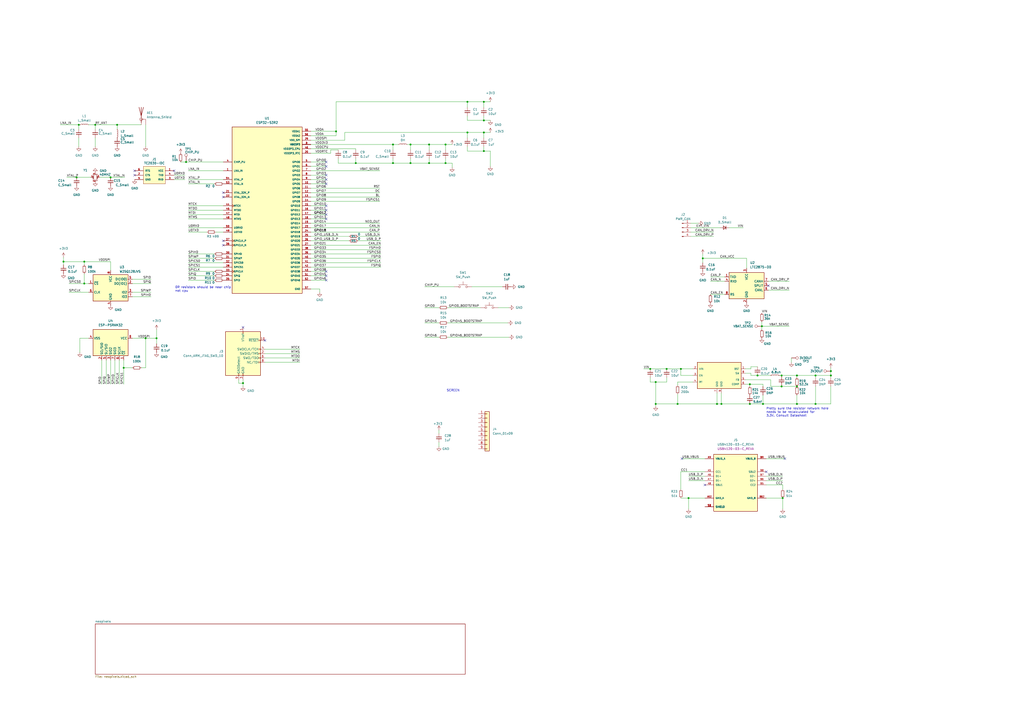
<source format=kicad_sch>
(kicad_sch (version 20211123) (generator eeschema)
  (paper "A2")
  (junction (at 55.245 72.39))
  (junction (at 407.67 149.86))
  (junction (at 462.28 217.805))
  (junction (at 280.67 59.055))
  (junction (at 90.805 196.215))
  (junction (at 248.92 94.615))
  (junction (at 64.135 102.87))
  (junction (at 227.965 94.615))
  (junction (at 434.975 222.885))
  (junction (at 45.72 72.39))
  (junction (at 67.945 72.39))
  (junction (at 248.92 83.82))
  (junction (at 418.465 234.315))
  (junction (at 462.28 224.155))
  (junction (at 238.125 94.615))
  (junction (at 280.67 76.835))
  (junction (at 393.065 234.315))
  (junction (at 442.595 234.315))
  (junction (at 462.28 234.315))
  (junction (at 380.365 234.315))
  (junction (at 44.45 102.87))
  (junction (at 434.975 234.315))
  (junction (at 380.365 221.615))
  (junction (at 206.375 94.615))
  (junction (at 258.445 94.615))
  (junction (at 473.075 217.805))
  (junction (at 271.145 59.055))
  (junction (at 453.39 217.805))
  (junction (at 481.965 217.805))
  (junction (at 473.075 234.315))
  (junction (at 140.97 222.25))
  (junction (at 439.42 217.805))
  (junction (at 454.025 288.925))
  (junction (at 280.67 69.85))
  (junction (at 238.125 83.82))
  (junction (at 48.895 164.465))
  (junction (at 481.965 215.265))
  (junction (at 441.96 189.23))
  (junction (at 377.19 213.995))
  (junction (at 36.83 151.765))
  (junction (at 84.455 196.215))
  (junction (at 415.925 234.315))
  (junction (at 71.755 213.36))
  (junction (at 271.145 76.835))
  (junction (at 107.95 93.98))
  (junction (at 399.415 288.925))
  (junction (at 453.39 224.155))
  (junction (at 386.715 213.995))
  (junction (at 258.445 83.82))
  (junction (at 280.67 87.63))
  (junction (at 48.895 151.765))
  (junction (at 394.97 213.995))
  (junction (at 194.945 76.2))
  (junction (at 227.965 83.82))
  (no_connect (at 189.23 127))
  (no_connect (at 189.23 101.6))
  (no_connect (at 78.105 99.06))
  (no_connect (at 189.23 121.92))
  (no_connect (at 395.605 266.065))
  (no_connect (at 100.965 99.06))
  (no_connect (at 189.23 96.52))
  (no_connect (at 408.94 281.305))
  (no_connect (at 444.5 273.685))
  (no_connect (at 153.67 197.485))
  (no_connect (at 140.97 189.865))
  (no_connect (at 189.23 119.38))
  (no_connect (at 189.23 106.68))
  (no_connect (at 189.23 157.48))
  (no_connect (at 189.23 124.46))
  (no_connect (at 189.23 93.98))
  (no_connect (at 455.295 266.065))
  (no_connect (at 189.23 162.56))
  (no_connect (at 189.23 160.02))
  (no_connect (at 78.105 101.6))
  (no_connect (at 189.23 104.14))
  (no_connect (at 129.54 111.76))
  (no_connect (at 129.54 114.3))
  (no_connect (at 445.77 165.735))
  (no_connect (at 129.54 139.7))
  (no_connect (at 129.54 142.24))
  (wire (pts (xy 69.215 208.915) (xy 69.215 222.885)))
  (wire (pts (xy 34.925 72.39) (xy 45.72 72.39)))
  (wire (pts (xy 435.61 216.535) (xy 435.61 217.805)))
  (wire (pts (xy 238.125 92.075) (xy 238.125 94.615)))
  (wire (pts (xy 109.22 119.38) (xy 129.54 119.38)))
  (wire (pts (xy 180.34 132.08) (xy 220.345 132.08)))
  (wire (pts (xy 180.34 111.76) (xy 220.345 111.76)))
  (wire (pts (xy 64.135 208.915) (xy 64.135 222.885)))
  (wire (pts (xy 400.685 129.54) (xy 405.13 129.54)))
  (wire (pts (xy 452.12 217.805) (xy 453.39 217.805)))
  (wire (pts (xy 180.34 137.16) (xy 202.565 137.16)))
  (wire (pts (xy 259.715 178.435) (xy 278.765 178.435)))
  (wire (pts (xy 457.835 189.23) (xy 441.96 189.23)))
  (wire (pts (xy 180.34 93.98) (xy 189.23 93.98)))
  (wire (pts (xy 173.99 207.645) (xy 153.67 207.645)))
  (wire (pts (xy 238.125 83.82) (xy 248.92 83.82)))
  (wire (pts (xy 180.34 86.36) (xy 206.375 86.36)))
  (wire (pts (xy 246.38 178.435) (xy 254.635 178.435)))
  (wire (pts (xy 412.115 163.195) (xy 420.37 163.195)))
  (wire (pts (xy 180.34 99.06) (xy 220.345 99.06)))
  (wire (pts (xy 373.38 213.995) (xy 377.19 213.995)))
  (wire (pts (xy 38.735 102.87) (xy 44.45 102.87)))
  (wire (pts (xy 180.34 152.4) (xy 220.98 152.4)))
  (wire (pts (xy 280.67 69.85) (xy 271.145 69.85)))
  (wire (pts (xy 422.91 132.08) (xy 431.165 132.08)))
  (wire (pts (xy 453.39 224.155) (xy 462.28 224.155)))
  (wire (pts (xy 180.34 101.6) (xy 189.23 101.6)))
  (wire (pts (xy 180.34 116.84) (xy 220.345 116.84)))
  (wire (pts (xy 191.77 86.995) (xy 196.215 86.995)))
  (wire (pts (xy 180.34 149.86) (xy 220.98 149.86)))
  (wire (pts (xy 454.025 295.275) (xy 454.025 288.925)))
  (wire (pts (xy 64.135 102.87) (xy 57.785 102.87)))
  (wire (pts (xy 394.97 273.685) (xy 394.97 283.845)))
  (wire (pts (xy 84.455 213.36) (xy 84.455 196.215)))
  (wire (pts (xy 207.645 139.7) (xy 220.98 139.7)))
  (wire (pts (xy 442.595 222.885) (xy 434.975 222.885)))
  (wire (pts (xy 180.34 139.7) (xy 202.565 139.7)))
  (wire (pts (xy 67.945 74.93) (xy 67.945 72.39)))
  (wire (pts (xy 71.755 213.36) (xy 76.835 213.36)))
  (wire (pts (xy 442.595 229.235) (xy 442.595 234.315)))
  (wire (pts (xy 393.065 234.315) (xy 415.925 234.315)))
  (wire (pts (xy 109.22 106.68) (xy 124.46 106.68)))
  (wire (pts (xy 393.065 221.615) (xy 393.065 223.52)))
  (wire (pts (xy 473.075 224.155) (xy 473.075 234.315)))
  (wire (pts (xy 180.34 114.3) (xy 220.345 114.3)))
  (wire (pts (xy 45.72 72.39) (xy 45.72 74.93)))
  (wire (pts (xy 271.145 76.835) (xy 271.145 80.01)))
  (wire (pts (xy 408.94 278.765) (xy 399.415 278.765)))
  (wire (pts (xy 442.595 224.155) (xy 442.595 222.885)))
  (wire (pts (xy 180.34 96.52) (xy 189.23 96.52)))
  (wire (pts (xy 180.34 142.24) (xy 220.98 142.24)))
  (wire (pts (xy 258.445 94.615) (xy 248.92 94.615)))
  (wire (pts (xy 180.34 104.14) (xy 189.23 104.14)))
  (wire (pts (xy 462.28 217.805) (xy 473.075 217.805)))
  (wire (pts (xy 48.895 158.75) (xy 48.895 164.465)))
  (wire (pts (xy 227.965 83.82) (xy 231.14 83.82)))
  (wire (pts (xy 180.34 119.38) (xy 189.23 119.38)))
  (wire (pts (xy 90.805 196.215) (xy 90.805 199.39)))
  (wire (pts (xy 393.065 228.6) (xy 393.065 234.315)))
  (wire (pts (xy 180.34 160.02) (xy 189.23 160.02)))
  (wire (pts (xy 481.965 213.36) (xy 481.965 215.265)))
  (wire (pts (xy 280.67 76.835) (xy 280.67 80.01)))
  (wire (pts (xy 280.67 76.835) (xy 284.48 76.835)))
  (wire (pts (xy 48.895 151.765) (xy 48.895 153.67)))
  (wire (pts (xy 109.22 154.94) (xy 129.54 154.94)))
  (wire (pts (xy 196.215 92.075) (xy 196.215 94.615)))
  (wire (pts (xy 194.945 59.055) (xy 194.945 76.2)))
  (wire (pts (xy 248.92 83.82) (xy 248.92 86.995)))
  (wire (pts (xy 280.67 87.63) (xy 271.145 87.63)))
  (wire (pts (xy 76.835 172.085) (xy 87.63 172.085)))
  (wire (pts (xy 432.435 213.995) (xy 435.61 213.995)))
  (wire (pts (xy 48.895 151.765) (xy 64.135 151.765)))
  (wire (pts (xy 432.435 216.535) (xy 435.61 216.535)))
  (wire (pts (xy 238.125 94.615) (xy 227.965 94.615)))
  (wire (pts (xy 71.755 213.36) (xy 71.755 222.885)))
  (wire (pts (xy 435.61 212.725) (xy 439.42 212.725)))
  (wire (pts (xy 394.97 213.995) (xy 394.97 217.805)))
  (wire (pts (xy 109.22 121.92) (xy 129.54 121.92)))
  (wire (pts (xy 109.22 127) (xy 129.54 127)))
  (wire (pts (xy 55.245 74.93) (xy 55.245 72.39)))
  (wire (pts (xy 395.605 266.065) (xy 408.94 266.065)))
  (wire (pts (xy 180.34 81.28) (xy 200.025 81.28)))
  (wire (pts (xy 408.94 273.685) (xy 394.97 273.685)))
  (wire (pts (xy 271.145 67.31) (xy 271.145 69.85)))
  (wire (pts (xy 140.97 220.345) (xy 140.97 222.25)))
  (wire (pts (xy 433.07 149.86) (xy 433.07 155.575)))
  (wire (pts (xy 180.34 76.2) (xy 194.945 76.2)))
  (wire (pts (xy 40.005 164.465) (xy 48.895 164.465)))
  (wire (pts (xy 445.77 168.275) (xy 457.835 168.275)))
  (wire (pts (xy 109.22 132.08) (xy 129.54 132.08)))
  (wire (pts (xy 90.805 191.135) (xy 90.805 196.215)))
  (wire (pts (xy 462.28 234.315) (xy 462.28 229.235)))
  (wire (pts (xy 441.96 191.135) (xy 441.96 189.23)))
  (wire (pts (xy 444.5 276.225) (xy 454.025 276.225)))
  (wire (pts (xy 180.34 162.56) (xy 189.23 162.56)))
  (wire (pts (xy 180.34 124.46) (xy 189.23 124.46)))
  (wire (pts (xy 248.92 94.615) (xy 238.125 94.615)))
  (wire (pts (xy 259.715 187.325) (xy 294.64 187.325)))
  (wire (pts (xy 453.39 218.44) (xy 453.39 217.805)))
  (wire (pts (xy 107.95 93.98) (xy 129.54 93.98)))
  (wire (pts (xy 273.685 166.37) (xy 291.465 166.37)))
  (wire (pts (xy 36.83 149.225) (xy 36.83 151.765)))
  (wire (pts (xy 109.22 157.48) (xy 124.46 157.48)))
  (wire (pts (xy 439.42 217.805) (xy 447.04 217.805)))
  (wire (pts (xy 67.945 72.39) (xy 55.245 72.39)))
  (wire (pts (xy 435.61 213.995) (xy 435.61 212.725)))
  (wire (pts (xy 408.94 276.225) (xy 399.415 276.225)))
  (wire (pts (xy 67.945 72.39) (xy 81.915 72.39)))
  (wire (pts (xy 262.255 94.615) (xy 258.445 94.615)))
  (wire (pts (xy 59.055 208.915) (xy 59.055 222.885)))
  (wire (pts (xy 173.99 202.565) (xy 153.67 202.565)))
  (wire (pts (xy 473.075 234.315) (xy 462.28 234.315)))
  (wire (pts (xy 248.92 92.075) (xy 248.92 94.615)))
  (wire (pts (xy 109.22 149.86) (xy 124.46 149.86)))
  (wire (pts (xy 227.965 86.995) (xy 227.965 83.82)))
  (wire (pts (xy 271.145 85.09) (xy 271.145 87.63)))
  (wire (pts (xy 76.835 169.545) (xy 87.63 169.545)))
  (wire (pts (xy 377.19 213.995) (xy 386.715 213.995)))
  (wire (pts (xy 236.22 83.82) (xy 238.125 83.82)))
  (wire (pts (xy 61.595 208.915) (xy 61.595 222.885)))
  (wire (pts (xy 180.34 109.22) (xy 220.345 109.22)))
  (wire (pts (xy 394.97 288.925) (xy 399.415 288.925)))
  (wire (pts (xy 48.895 164.465) (xy 51.435 164.465)))
  (wire (pts (xy 412.115 160.655) (xy 420.37 160.655)))
  (wire (pts (xy 412.115 170.815) (xy 420.37 170.815)))
  (wire (pts (xy 109.22 160.02) (xy 124.46 160.02)))
  (wire (pts (xy 84.455 196.215) (xy 90.805 196.215)))
  (wire (pts (xy 140.97 222.25) (xy 140.97 224.155)))
  (wire (pts (xy 194.945 78.74) (xy 194.945 76.2)))
  (wire (pts (xy 125.095 134.62) (xy 129.54 134.62)))
  (wire (pts (xy 380.365 221.615) (xy 386.715 221.615)))
  (wire (pts (xy 258.445 94.615) (xy 258.445 92.075)))
  (wire (pts (xy 196.215 94.615) (xy 206.375 94.615)))
  (wire (pts (xy 288.925 178.435) (xy 295.275 178.435)))
  (wire (pts (xy 206.375 92.075) (xy 206.375 94.615)))
  (wire (pts (xy 45.72 80.01) (xy 45.72 85.09)))
  (wire (pts (xy 36.83 151.765) (xy 48.895 151.765)))
  (wire (pts (xy 407.67 147.32) (xy 407.67 149.86)))
  (wire (pts (xy 200.025 76.835) (xy 271.145 76.835)))
  (wire (pts (xy 473.075 217.805) (xy 481.965 217.805)))
  (wire (pts (xy 262.255 97.155) (xy 262.255 94.615)))
  (wire (pts (xy 408.94 288.925) (xy 399.415 288.925)))
  (wire (pts (xy 227.965 94.615) (xy 227.965 92.075)))
  (wire (pts (xy 109.22 104.14) (xy 129.54 104.14)))
  (wire (pts (xy 481.965 234.315) (xy 473.075 234.315)))
  (wire (pts (xy 284.48 69.85) (xy 280.67 69.85)))
  (wire (pts (xy 109.22 152.4) (xy 129.54 152.4)))
  (wire (pts (xy 444.5 278.765) (xy 454.025 278.765)))
  (wire (pts (xy 444.5 266.065) (xy 455.295 266.065)))
  (wire (pts (xy 418.465 234.315) (xy 434.975 234.315)))
  (wire (pts (xy 380.365 234.315) (xy 393.065 234.315)))
  (wire (pts (xy 258.445 83.82) (xy 262.255 83.82)))
  (wire (pts (xy 435.61 217.805) (xy 439.42 217.805)))
  (wire (pts (xy 418.465 234.315) (xy 415.925 234.315)))
  (wire (pts (xy 207.645 137.16) (xy 220.345 137.16)))
  (wire (pts (xy 434.975 222.885) (xy 432.435 222.885)))
  (wire (pts (xy 180.34 147.32) (xy 220.98 147.32)))
  (wire (pts (xy 447.04 224.155) (xy 453.39 224.155)))
  (wire (pts (xy 71.755 208.915) (xy 71.755 213.36)))
  (wire (pts (xy 263.525 166.37) (xy 246.38 166.37)))
  (wire (pts (xy 180.34 83.82) (xy 227.965 83.82)))
  (wire (pts (xy 138.43 222.25) (xy 140.97 222.25)))
  (wire (pts (xy 40.005 169.545) (xy 51.435 169.545)))
  (wire (pts (xy 386.715 221.615) (xy 386.715 219.075)))
  (wire (pts (xy 173.99 205.105) (xy 153.67 205.105)))
  (wire (pts (xy 109.22 147.32) (xy 124.46 147.32)))
  (wire (pts (xy 444.5 281.305) (xy 454.025 281.305)))
  (wire (pts (xy 55.245 72.39) (xy 51.435 72.39)))
  (wire (pts (xy 194.945 59.055) (xy 271.145 59.055)))
  (wire (pts (xy 180.34 106.68) (xy 189.23 106.68)))
  (wire (pts (xy 246.38 187.325) (xy 254.635 187.325)))
  (wire (pts (xy 415.925 227.965) (xy 415.925 234.315)))
  (wire (pts (xy 401.955 217.805) (xy 394.97 217.805)))
  (wire (pts (xy 481.965 217.805) (xy 481.965 219.075)))
  (wire (pts (xy 104.775 93.98) (xy 107.95 93.98)))
  (wire (pts (xy 280.67 87.63) (xy 280.67 85.09)))
  (wire (pts (xy 36.83 153.67) (xy 36.83 151.765)))
  (wire (pts (xy 248.92 83.82) (xy 258.445 83.82)))
  (wire (pts (xy 380.365 235.585) (xy 380.365 234.315)))
  (wire (pts (xy 481.965 215.265) (xy 481.965 217.805)))
  (wire (pts (xy 445.77 163.195) (xy 457.835 163.195)))
  (wire (pts (xy 206.375 94.615) (xy 227.965 94.615)))
  (wire (pts (xy 109.22 124.46) (xy 129.54 124.46)))
  (wire (pts (xy 180.34 144.78) (xy 220.98 144.78)))
  (wire (pts (xy 66.675 208.915) (xy 66.675 222.885)))
  (wire (pts (xy 185.42 169.545) (xy 185.42 167.64)))
  (wire (pts (xy 271.145 59.055) (xy 271.145 62.23)))
  (wire (pts (xy 76.835 196.215) (xy 84.455 196.215)))
  (wire (pts (xy 400.685 134.62) (xy 414.02 134.62)))
  (wire (pts (xy 84.455 72.39) (xy 84.455 85.09)))
  (wire (pts (xy 191.77 88.9) (xy 191.77 86.995)))
  (wire (pts (xy 258.445 83.82) (xy 258.445 86.995)))
  (wire (pts (xy 380.365 221.615) (xy 380.365 234.315)))
  (wire (pts (xy 377.19 221.615) (xy 377.19 219.075)))
  (wire (pts (xy 254.635 249.555) (xy 254.635 251.46)))
  (wire (pts (xy 394.97 213.995) (xy 401.955 213.995)))
  (wire (pts (xy 109.22 134.62) (xy 120.015 134.62)))
  (wire (pts (xy 377.19 221.615) (xy 380.365 221.615)))
  (wire (pts (xy 55.245 80.01) (xy 55.245 85.09)))
  (wire (pts (xy 386.715 213.995) (xy 394.97 213.995)))
  (wire (pts (xy 180.34 129.54) (xy 220.345 129.54)))
  (wire (pts (xy 400.685 137.16) (xy 414.02 137.16)))
  (wire (pts (xy 481.965 224.155) (xy 481.965 234.315)))
  (wire (pts (xy 434.975 234.315) (xy 442.595 234.315)))
  (wire (pts (xy 407.67 149.86) (xy 433.07 149.86)))
  (wire (pts (xy 76.835 161.925) (xy 87.63 161.925)))
  (wire (pts (xy 447.04 220.345) (xy 447.04 224.155)))
  (wire (pts (xy 180.34 157.48) (xy 189.23 157.48)))
  (wire (pts (xy 180.34 154.94) (xy 220.98 154.94)))
  (wire (pts (xy 399.415 295.275) (xy 399.415 288.925)))
  (wire (pts (xy 109.22 162.56) (xy 124.46 162.56)))
  (wire (pts (xy 185.42 167.64) (xy 180.34 167.64)))
  (wire (pts (xy 453.39 223.52) (xy 453.39 224.155)))
  (wire (pts (xy 200.025 76.835) (xy 200.025 81.28)))
  (wire (pts (xy 246.38 195.58) (xy 254.635 195.58)))
  (wire (pts (xy 46.355 196.215) (xy 51.435 196.215)))
  (wire (pts (xy 271.145 59.055) (xy 280.67 59.055)))
  (wire (pts (xy 64.135 151.765) (xy 64.135 156.845)))
  (wire (pts (xy 180.34 127) (xy 189.23 127)))
  (wire (pts (xy 434.975 222.885) (xy 434.975 224.155)))
  (wire (pts (xy 442.595 234.315) (xy 462.28 234.315)))
  (wire (pts (xy 180.34 78.74) (xy 194.945 78.74)))
  (wire (pts (xy 280.67 59.055) (xy 280.67 62.23)))
  (wire (pts (xy 444.5 288.925) (xy 454.025 288.925)))
  (wire (pts (xy 45.72 72.39) (xy 46.355 72.39)))
  (wire (pts (xy 432.435 220.345) (xy 447.04 220.345)))
  (wire (pts (xy 180.34 88.9) (xy 191.77 88.9)))
  (wire (pts (xy 173.99 210.185) (xy 153.67 210.185)))
  (wire (pts (xy 400.685 132.08) (xy 417.83 132.08)))
  (wire (pts (xy 100.965 101.6) (xy 107.315 101.6)))
  (wire (pts (xy 100.965 104.14) (xy 107.315 104.14)))
  (wire (pts (xy 81.915 213.36) (xy 84.455 213.36)))
  (wire (pts (xy 454.025 281.305) (xy 454.025 283.845)))
  (wire (pts (xy 401.955 221.615) (xy 393.065 221.615)))
  (wire (pts (xy 459.105 207.645) (xy 459.105 210.185)))
  (wire (pts (xy 271.145 76.835) (xy 280.67 76.835)))
  (wire (pts (xy 180.34 121.92) (xy 189.23 121.92)))
  (wire (pts (xy 44.45 102.87) (xy 52.705 102.87)))
  (wire (pts (xy 238.125 83.82) (xy 238.125 86.995)))
  (wire (pts (xy 138.43 220.345) (xy 138.43 222.25)))
  (wire (pts (xy 473.075 217.805) (xy 473.075 219.075)))
  (wire (pts (xy 64.135 102.87) (xy 72.39 102.87)))
  (wire (pts (xy 76.835 164.465) (xy 87.63 164.465)))
  (wire (pts (xy 109.22 99.06) (xy 129.54 99.06)))
  (wire (pts (xy 254.635 256.54) (xy 254.635 259.08)))
  (wire (pts (xy 107.95 93.345) (xy 107.95 93.98)))
  (wire (pts (xy 280.67 59.055) (xy 284.48 59.055)))
  (wire (pts (xy 180.34 134.62) (xy 220.345 134.62)))
  (wire (pts (xy 46.355 204.47) (xy 46.355 196.215)))
  (wire (pts (xy 441.96 189.23) (xy 441.96 186.69)))
  (wire (pts (xy 284.48 87.63) (xy 280.67 87.63)))
  (wire (pts (xy 418.465 227.965) (xy 418.465 234.315)))
  (wire (pts (xy 206.375 86.36) (xy 206.375 86.995)))
  (wire (pts (xy 453.39 217.805) (xy 462.28 217.805)))
  (wire (pts (xy 259.715 195.58) (xy 295.275 195.58)))
  (wire (pts (xy 284.48 96.52) (xy 284.48 87.63)))
  (wire (pts (xy 407.67 149.86) (xy 407.67 152.4)))
  (wire (pts (xy 462.28 217.805) (xy 462.28 219.075)))
  (wire (pts (xy 280.67 69.85) (xy 280.67 67.31)))
  (text "SCREEN" (at 259.08 227.33 0) (effects (font (size 1.27 1.27)) (justify left bottom)))
  (text "0R resistors should be near chip\nnot cpu" (at 101.6 169.545 0) (effects (font (size 1.27 1.27)) (justify left bottom)))
  (text "Pretty sure the resistor network here\nneeds to be recalculated for\n3.3V. Consult Datasheet" (at 444.5 241.935 0) (effects (font (size 1.27 1.27)) (justify left bottom)))
  (label "SPIHD" (at 109.22 147.32 0))
  (label "GPIO10" (at 189.23 119.38 180))
  (label "GPIO34" (at 189.23 147.32 180))
  (label "SPICLK" (at 109.22 157.48 0))
  (label "GPIO5" (at 189.23 106.68 180))
  (label "U0TXD" (at 107.315 104.14 180))
  (label "USB_D_N" (at 454.025 276.225 180))
  (label "SPICS1" (at 71.755 222.885 90))
  (label "SPID" (at 109.22 162.56 0))
  (label "XTAL_P" (at 38.735 102.87 0))
  (label "CAN_EN" (at 220.98 142.24 180))
  (label "DC" (at 220.345 111.76 180))
  (label "USB_D_P" (at 220.98 139.7 180))
  (label "SPICS1" (at 109.22 154.94 0))
  (label "GPIO_USB_D_N" (at 182.245 137.16 0))
  (label "CC1" (at 394.97 273.685 0))
  (label "CHIP_PU" (at 109.22 93.98 0))
  (label "CAN_EN" (at 412.115 170.815 0))
  (label "MTCK" (at 109.22 119.38 0))
  (label "SPICLK" (at 69.215 222.885 90))
  (label "GPIO17" (at 189.23 132.08 180))
  (label "SPICLK" (at 40.005 169.545 0))
  (label "U0RXD" (at 109.22 132.08 0))
  (label "FSPID" (at 220.98 149.86 180))
  (label "USB_D_P" (at 399.415 276.225 0))
  (label "VDDRTC" (at 182.88 88.9 0))
  (label "USB_VBUS" (at 395.605 266.065 0))
  (label "SPIWP" (at 64.135 222.885 90))
  (label "GPIO46" (at 189.23 162.56 180))
  (label "CAN_VCC" (at 426.085 149.86 180))
  (label "GPIO0" (at 246.38 178.435 0))
  (label "XTAL_P" (at 109.22 104.14 0))
  (label "GPIO_USB_D_P" (at 182.245 139.7 0))
  (label "FSPICS0" (at 220.98 147.32 180))
  (label "FSPIHD" (at 220.98 144.78 180))
  (label "MTMS" (at 109.22 127 0))
  (label "VIN" (at 431.165 132.08 180))
  (label "USB_D_N" (at 399.415 278.765 0))
  (label "RF_ANT" (at 55.245 72.39 0))
  (label "CAN_DRV_N" (at 414.02 134.62 180))
  (label "GPIO3" (at 189.23 101.6 180))
  (label "SPID" (at 59.055 222.885 90))
  (label "GPIO46_BOOTSTRAP" (at 260.985 195.58 0))
  (label "MTMS" (at 173.99 205.105 180))
  (label "CAN_DRV_N" (at 457.835 168.275 180))
  (label "FSPIQ" (at 220.98 154.94 180))
  (label "SPIQ" (at 109.22 160.02 0))
  (label "VDDCPU" (at 182.88 86.36 0))
  (label "EXT_VIN" (at 403.86 132.08 0))
  (label "MTDI" (at 173.99 210.185 180))
  (label "MTDI" (at 109.22 124.46 0))
  (label "VDDSPI" (at 182.88 81.28 0))
  (label "VIN" (at 373.38 213.995 0))
  (label "GPIO46" (at 246.38 195.58 0))
  (label "CAN_DRV_P" (at 414.02 137.16 180))
  (label "VBAT_SENSE" (at 220.345 99.06 180))
  (label "CAN_N" (at 412.115 163.195 0))
  (label "FSPICLK" (at 220.98 152.4 180))
  (label "GPIO36" (at 189.23 152.4 180))
  (label "MTCK" (at 173.99 202.565 180))
  (label "GPIO11" (at 189.23 121.92 180))
  (label "GPIO45" (at 246.38 187.325 0))
  (label "GPIO37" (at 189.23 154.94 180))
  (label "GPIO13" (at 189.23 127 180))
  (label "CAN_P" (at 412.115 160.655 0))
  (label "SPICS0" (at 109.22 152.4 0))
  (label "CAN_N" (at 220.345 132.08 180))
  (label "GPIO9" (at 189.23 116.84 180))
  (label "VDDA" (at 182.88 76.2 0))
  (label "GPIO8" (at 189.23 114.3 180))
  (label "NEO_OUT" (at 220.345 129.54 180))
  (label "GPIO45" (at 189.23 160.02 180))
  (label "CAN_DRV_P" (at 457.835 163.195 180))
  (label "LNA_IN" (at 34.925 72.39 0))
  (label "VIN" (at 441.96 181.61 0))
  (label "CAN_P" (at 220.345 134.62 180))
  (label "MTDO" (at 109.22 121.92 0))
  (label "GPIO0_BOOTSTRAP" (at 260.35 178.435 0))
  (label "GPIO21" (at 189.23 142.24 180))
  (label "VDDA" (at 182.88 78.74 0))
  (label "GPIO1" (at 189.23 96.52 180))
  (label "GPIO45_BOOTSTRAP" (at 260.985 187.325 0))
  (label "U0RXD" (at 107.315 101.6 180))
  (label "GPIO35" (at 189.23 149.86 180))
  (label "GPIO12" (at 189.23 124.46 180))
  (label "VBAT_SENSE" (at 457.835 189.23 180))
  (label "SPID" (at 87.63 161.925 180))
  (label "LNA_IN" (at 109.22 99.06 0))
  (label "GPIO4" (at 189.23 104.14 180))
  (label "FSPICS1" (at 220.345 116.84 180))
  (label "VDDSPI" (at 64.135 151.765 180))
  (label "SPIWP" (at 87.63 169.545 180))
  (label "SPICS0" (at 40.005 164.465 0))
  (label "BL" (at 220.345 114.3 180))
  (label "VDDSPI" (at 86.995 196.215 180))
  (label "VDD3V3" (at 182.88 83.82 0))
  (label "GPIO12" (at 189.23 124.46 180))
  (label "GPIO18" (at 189.23 134.62 180))
  (label "GPIO18" (at 189.23 134.62 180))
  (label "SPIHD" (at 87.63 172.085 180))
  (label "GPIO2" (at 189.23 99.06 180))
  (label "CC2" (at 454.025 281.305 180))
  (label "GPIO6" (at 189.23 109.22 180))
  (label "RST" (at 220.345 109.22 180))
  (label "SPIHD" (at 66.675 222.885 90))
  (label "USB_D_N" (at 220.345 137.16 180))
  (label "MTDO" (at 173.99 207.645 180))
  (label "GPIO0" (at 189.23 93.98 180))
  (label "CHIP_PU" (at 246.38 166.37 0))
  (label "GPIO38" (at 189.23 157.48 180))
  (label "GPIO14" (at 189.23 129.54 180))
  (label "USB_VBUS" (at 455.295 266.065 180))
  (label "GPIO33" (at 189.23 144.78 180))
  (label "SPIWP" (at 109.22 149.86 0))
  (label "XTAL_N" (at 72.39 102.87 180))
  (label "GPIO7" (at 189.23 111.76 180))
  (label "SPIQ" (at 87.63 164.465 180))
  (label "USB_D_P" (at 454.025 278.765 180))
  (label "XTAL_N" (at 109.22 106.68 0))
  (label "SPIQ" (at 61.595 222.885 90))
  (label "U0TXD" (at 109.22 134.62 0))
  (symbol (lib_id "power:GND") (at 454.025 295.275 0) (mirror y) (unit 1)
    (property "Reference" "#PWR041" (effects hide))
    (property "Value" "GND" (at 454.025 299.72 0))
  )
  (symbol (lib_id "Device:R_Small") (at 127 149.86 90) (unit 1)
    (property "Reference" "R7" (at 120.65 151.13 90))
    (property "Value" "0" (at 123.825 151.13 90))
    (property "Footprint" "Resistor_SMD:R_0402_1005Metric" (effects hide))
  )
  (symbol (lib_id "Device:R_Small") (at 104.775 91.44 180) (unit 1)
    (property "Reference" "R1" (at 99.695 90.8049 0) (effects (justify right)))
    (property "Value" "10k" (at 99.695 92.7099 0) (effects (justify right)))
    (property "Footprint" "Resistor_SMD:R_0402_1005Metric" (effects hide))
  )
  (symbol (lib_id "Device:R_Small") (at 257.175 178.435 90) (unit 1)
    (property "Reference" "R13" (at 257.175 172.72 90))
    (property "Value" "10k" (at 257.175 175.26 90))
    (property "Footprint" "Resistor_SMD:R_0402_1005Metric" (effects hide))
  )
  (symbol (lib_id "power:GND") (at 262.255 97.155 0) (unit 1)
    (property "Reference" "#PWR011" (effects hide))
    (property "Value" "GND" (at 262.255 101.6 0))
  )
  (symbol (lib_id "power:+3V3") (at 284.48 59.055 0) (unit 1)
    (property "Reference" "#PWR01" (effects hide))
    (property "Value" "+3V3" (at 284.48 53.975 0))
  )
  (symbol (lib_id "Device:R_Small") (at 48.895 156.21 0) (unit 1)
    (property "Reference" "R8" (at 50.8 154.9399 0) (effects (justify left)))
    (property "Value" "100k" (at 50.8 157.4799 0) (effects (justify left)))
    (property "Footprint" "Resistor_SMD:R_0402_1005Metric" (effects hide))
  )
  (symbol (lib_id "power:GND") (at 441.96 196.215 0) (unit 1)
    (property "Reference" "#PWR031" (effects hide))
    (property "Value" "GND" (at 445.135 199.39 0))
  )
  (symbol (lib_id "Device:R_Small") (at 127 147.32 90) (unit 1)
    (property "Reference" "R6" (at 120.65 148.59 90))
    (property "Value" "0" (at 123.825 148.59 90))
    (property "Footprint" "Resistor_SMD:R_0402_1005Metric" (effects hide))
  )
  (symbol (lib_id "Device:L_Small") (at 48.895 72.39 90) (unit 1)
    (property "Reference" "L1" (at 48.895 67.31 90))
    (property "Value" "L_Small" (at 48.895 69.85 90))
    (property "Footprint" "Inductor_SMD:L_0402_1005Metric" (effects hide))
  )
  (symbol (lib_id "Device:C_Small") (at 238.125 89.535 0) (unit 1)
    (property "Reference" "C11" (at 240.665 88.2712 0) (effects (justify left)))
    (property "Value" "0.1uF" (at 240.665 90.8112 0) (effects (justify left)))
    (property "Footprint" "Capacitor_SMD:C_0402_1005Metric" (effects hide))
  )
  (symbol (lib_id "Device:R_Small") (at 79.375 213.36 90) (unit 1)
    (property "Reference" "R18" (at 79.375 207.01 90))
    (property "Value" "100k" (at 79.375 209.55 90))
    (property "Footprint" "Resistor_SMD:R_0402_1005Metric" (effects hide))
  )
  (symbol (lib_id "power:GND") (at 90.805 204.47 0) (unit 1)
    (property "Reference" "#PWR033" (effects hide))
    (property "Value" "GND" (at 95.25 207.01 0))
  )
  (symbol (lib_id "Device:C_Small") (at 227.965 89.535 180) (unit 1)
    (property "Reference" "C10" (at 222.885 87.6235 0) (effects (justify right)))
    (property "Value" "C_Small" (at 217.805 90.7985 0) (effects (justify right)))
    (property "Footprint" "Capacitor_SMD:C_0402_1005Metric" (effects hide))
  )
  (symbol (lib_id "Device:C_Small") (at 248.92 89.535 0) (unit 1)
    (property "Reference" "C12" (at 252.095 88.2712 0) (effects (justify left)))
    (property "Value" "1uF" (at 252.095 90.8112 0) (effects (justify left)))
    (property "Footprint" "Capacitor_SMD:C_0402_1005Metric" (effects hide))
  )
  (symbol (lib_id "power:GND") (at 44.45 107.95 0) (unit 1)
    (property "Reference" "#PWR015" (effects hide))
    (property "Value" "GND" (at 44.45 113.03 0))
  )
  (symbol (lib_id "AP1509-50SG-13:AP64200Q") (at 417.195 217.805 0) (unit 1)
    (property "Reference" "U5" (effects hide))
    (property "Value" "AP64200Q" (effects hide))
    (property "Footprint" "Package_SO:SOIC-8-1EP_3.9x4.9mm_P1.27mm_EP2.29x3mm_ThermalVias" (effects hide))
    (property "Datasheet" "https://www.diodes.com/assets/Datasheets/AP64200Q.pdf" (effects hide))
    (property "MPN" "AP64200QSP-13" (effects hide))
    (property "DESCRIPTION" "DCDC CONV HV BUCK SO-8EP T&R 4K" (effects hide))
  )
  (symbol (lib_id "power:GND") (at 412.115 175.895 0) (unit 1)
    (property "Reference" "#PWR024" (effects hide))
    (property "Value" "GND" (at 412.115 180.34 0))
  )
  (symbol (lib_id "power:GND") (at 36.83 158.75 0) (unit 1)
    (property "Reference" "#PWR021" (effects hide))
    (property "Value" "GND" (at 41.275 161.29 0))
  )
  (symbol (lib_id "Device:C_Small") (at 45.72 77.47 180) (unit 1)
    (property "Reference" "C3" (at 40.64 75.5585 0) (effects (justify right)))
    (property "Value" "C_Small" (at 35.56 77.4635 0) (effects (justify right)))
    (property "Footprint" "Capacitor_SMD:C_0402_1005Metric" (effects hide))
  )
  (symbol (lib_id "power:GND") (at 284.48 69.85 0) (unit 1)
    (property "Reference" "#PWR02" (effects hide))
    (property "Value" "GND" (at 288.925 72.39 0))
  )
  (symbol (lib_id "Device:C_Small") (at 280.67 82.55 0) (unit 1)
    (property "Reference" "C7" (at 283.21 81.2862 0) (effects (justify left)))
    (property "Value" "1uF" (at 283.21 83.8262 0) (effects (justify left)))
    (property "Footprint" "Capacitor_SMD:C_0402_1005Metric" (effects hide))
  )
  (symbol (lib_id "power:+3V3") (at 284.48 76.835 0) (unit 1)
    (property "Reference" "#PWR03" (effects hide))
    (property "Value" "+3V3" (at 289.56 76.2 0))
  )
  (symbol (lib_id "Device:C_Small") (at 196.215 89.535 0) (unit 1)
    (property "Reference" "C8" (at 198.755 88.2712 0) (effects (justify left)))
    (property "Value" "0.1uF" (at 198.755 90.8112 0) (effects (justify left)))
    (property "Footprint" "Capacitor_SMD:C_0402_1005Metric" (effects hide))
  )
  (symbol (lib_id "Device:C_Small") (at 442.595 226.695 0) (unit 1)
    (property "Reference" "C26" (at 444.5 225.4312 0) (effects (justify left)))
    (property "Value" "DNP" (at 444.5 227.9712 0) (effects (justify left)))
    (property "Footprint" "Capacitor_SMD:C_0805_2012Metric_Pad1.18x1.45mm_HandSolder" (effects hide))
  )
  (symbol (lib_id "Device:Crystal_GND24_Small") (at 55.245 102.87 0) (unit 1)
    (property "Reference" "Y1" (at 49.53 98.7298 0))
    (property "Value" "40MHZ" (at 60.96 101.2698 0))
    (property "Footprint" "Crystal:Crystal_SMD_2016-4Pin_2.0x1.6mm" (effects hide))
    (property "MPN" "ECS-400-10-37B2-CKY-TR" (effects hide))
  )
  (symbol (lib_id "Memory_Flash:W25Q128JVS") (at 64.135 167.005 0) (unit 1)
    (property "Reference" "U3" (at 69.3294 154.94 0) (effects (justify left)))
    (property "Value" "W25Q128JVS" (at 69.3294 157.48 0) (effects (justify left)))
    (property "Footprint" "Package_SO:SOIC-8_5.23x5.23mm_P1.27mm" (effects hide))
    (property "Datasheet" "http://www.winbond.com/resource-files/w25q128jv_dtr%20revc%2003272018%20plus.pdf" (effects hide))
  )
  (symbol (lib_id "Connector:Conn_01x04_Male") (at 395.605 132.08 0) (unit 1)
    (property "Reference" "J2" (at 396.24 124.46 0))
    (property "Value" "PWR_CAN" (at 396.24 127 0))
    (property "Footprint" "Connector_JST:JST_GH_BM04B-GHS-TBT_1x04-1MP_P1.25mm_Vertical" (effects hide))
  )
  (symbol (lib_id "Device:D_Small") (at 420.37 132.08 180) (unit 1)
    (property "Reference" "D1" (at 420.37 126.365 0))
    (property "Value" "D_Small" (at 420.37 128.905 0))
    (property "Footprint" "Diode_SMD:D_SOD-123F" (effects hide))
  )
  (symbol (lib_id "Memory_RAM:ESP-PSRAM32") (at 64.135 198.755 270) (unit 1)
    (property "Reference" "U4" (at 64.135 186.055 90))
    (property "Value" "ESP-PSRAM32" (at 64.135 188.595 90))
    (property "Footprint" "Package_SO:SOIC-8_3.9x4.9mm_P1.27mm" (effects hide))
    (property "Datasheet" "https://www.espressif.com/sites/default/files/documentation/esp-psram32_datasheet_en.pdf" (effects hide))
  )
  (symbol (lib_id "power:GND") (at 294.64 187.325 90) (unit 1)
    (property "Reference" "#PWR028" (effects hide))
    (property "Value" "GND" (at 298.45 187.3249 90) (effects (justify right)))
  )
  (symbol (lib_id "Device:C_Small") (at 55.245 77.47 180) (unit 1)
    (property "Reference" "C4" (at 57.15 75.5585 0) (effects (justify right)))
    (property "Value" "C_Small" (at 57.15 77.4635 0) (effects (justify right)))
    (property "Footprint" "Capacitor_SMD:C_0402_1005Metric" (effects hide))
  )
  (symbol (lib_id "Device:R_Small") (at 127 160.02 90) (unit 1)
    (property "Reference" "R10" (at 120.65 161.29 90))
    (property "Value" "0" (at 123.825 161.29 90))
    (property "Footprint" "Resistor_SMD:R_0402_1005Metric" (effects hide))
  )
  (symbol (lib_id "Device:C_Small") (at 280.67 64.77 0) (unit 1)
    (property "Reference" "C2" (at 283.21 63.5062 0) (effects (justify left)))
    (property "Value" "10uF" (at 283.21 66.0462 0) (effects (justify left)))
    (property "Footprint" "Capacitor_SMD:C_0402_1005Metric" (effects hide))
  )
  (symbol (lib_id "power:+3V3") (at 254.635 249.555 0) (unit 1)
    (property "Reference" "#PWR038" (effects hide))
    (property "Value" "+3V3" (at 254 245.745 0))
  )
  (symbol (lib_id "power:GND") (at 45.72 85.09 0) (unit 1)
    (property "Reference" "#PWR05" (effects hide))
    (property "Value" "GND" (at 45.72 90.17 0))
  )
  (symbol (lib_id "Connector:TestPoint") (at 481.965 215.265 90) (unit 1)
    (property "Reference" "TP4" (at 473.71 213.36 90))
    (property "Value" "3V3OUT" (at 473.71 215.265 90))
    (property "Footprint" "TestPoint:TestPoint_Pad_D1.0mm" (effects hide))
  )
  (symbol (lib_id "Device:R_Small") (at 257.175 195.58 90) (unit 1)
    (property "Reference" "R17" (at 257.175 189.865 90))
    (property "Value" "10k" (at 257.175 192.405 90))
    (property "Footprint" "Resistor_SMD:R_0402_1005Metric" (effects hide))
  )
  (symbol (lib_id "power:+3V3") (at 36.83 149.225 0) (unit 1)
    (property "Reference" "#PWR019" (effects hide))
    (property "Value" "+3V3" (at 36.83 144.145 0))
  )
  (symbol (lib_id "power:GND") (at 407.67 157.48 0) (unit 1)
    (property "Reference" "#PWR020" (effects hide))
    (property "Value" "GND" (at 407.67 162.56 0))
  )
  (symbol (lib_id "Device:L_Small") (at 67.945 77.47 0) (unit 1)
    (property "Reference" "L2" (at 69.85 76.1999 0) (effects (justify left)))
    (property "Value" "L_Small" (at 69.85 78.7399 0) (effects (justify left)))
    (property "Footprint" "Inductor_SMD:L_0402_1005Metric" (effects hide))
  )
  (symbol (lib_id "Device:C_Small") (at 206.375 89.535 0) (unit 1)
    (property "Reference" "C9" (at 208.915 88.2712 0) (effects (justify left)))
    (property "Value" "0.1uF" (at 208.915 90.8112 0) (effects (justify left)))
    (property "Footprint" "Capacitor_SMD:C_0402_1005Metric" (effects hide))
  )
  (symbol (lib_id "power:GND") (at 380.365 235.585 0) (unit 1)
    (property "Reference" "#PWR037" (effects hide))
    (property "Value" "GND" (at 380.365 240.665 0))
  )
  (symbol (lib_id "Device:R_Small") (at 441.96 184.15 0) (unit 1)
    (property "Reference" "R14" (at 443.23 182.88 0) (effects (justify left)))
    (property "Value" "36k" (at 443.23 184.785 0) (effects (justify left)))
    (property "Footprint" "Resistor_SMD:R_0402_1005Metric" (effects hide))
  )
  (symbol (lib_id "power:GND") (at 64.135 107.95 0) (unit 1)
    (property "Reference" "#PWR016" (effects hide))
    (property "Value" "GND" (at 64.135 113.03 0))
  )
  (symbol (lib_id "Device:C_Small") (at 386.715 216.535 180) (unit 1)
    (property "Reference" "C22" (at 389.255 215.2585 0) (effects (justify right)))
    (property "Value" "10uf" (at 389.255 217.7985 0) (effects (justify right)))
    (property "Footprint" "Capacitor_SMD:C_0805_2012Metric_Pad1.18x1.45mm_HandSolder" (effects hide))
    (property "DESCRIPTION" "CAP CER 10UF 25V X5R 0805" (effects hide))
    (property "MPN" "C0805C106M3PAC7800" (effects hide))
  )
  (symbol (lib_id "Device:C_Small") (at 36.83 156.21 0) (unit 1)
    (property "Reference" "C17" (at 39.37 154.9462 0) (effects (justify left)))
    (property "Value" "0.1uF" (at 39.37 157.4862 0) (effects (justify left)))
    (property "Footprint" "Capacitor_SMD:C_0402_1005Metric" (effects hide))
  )
  (symbol (lib_id "Device:R_Small") (at 434.975 226.695 0) (unit 1)
    (property "Reference" "R21" (at 436.245 226.0599 0) (effects (justify left)))
    (property "Value" "14k" (at 436.245 227.9649 0) (effects (justify left)))
    (property "Footprint" "Resistor_SMD:R_0603_1608Metric_Pad0.98x0.95mm_HandSolder" (effects hide))
    (property "DESCRIPTION" "RES 14K OHM 1% 1/10W 0603" (effects hide))
    (property "MPN" "RMCF0603FT14K0" (effects hide))
  )
  (symbol (lib_id "power:+3V3") (at 407.67 147.32 0) (unit 1)
    (property "Reference" "#PWR018" (effects hide))
    (property "Value" "+3V3" (at 412.75 146.685 0))
  )
  (symbol (lib_id "Device:R_Small") (at 462.28 221.615 0) (unit 1)
    (property "Reference" "R19" (at 463.55 220.9799 0) (effects (justify left)))
    (property "Value" "52.3k" (at 463.55 222.8849 0) (effects (justify left)))
    (property "Footprint" "Resistor_SMD:R_0603_1608Metric_Pad0.98x0.95mm_HandSolder" (effects hide))
    (property "DESCRIPTION" "RES 52.3K OHM 1% 1/10W 0603" (effects hide))
    (property "MPN" "RMCF0603FT52K3" (effects hide))
  )
  (symbol (lib_id "Device:R_Small") (at 257.175 187.325 90) (unit 1)
    (property "Reference" "R15" (at 257.175 181.61 90))
    (property "Value" "10k" (at 257.175 184.15 90))
    (property "Footprint" "Resistor_SMD:R_0402_1005Metric" (effects hide))
  )
  (symbol (lib_id "Device:R_Small") (at 454.025 286.385 0) (unit 1)
    (property "Reference" "R24" (at 455.93 285.1149 0) (effects (justify left)))
    (property "Value" "51k" (at 455.93 287.6549 0) (effects (justify left)))
    (property "Footprint" "Resistor_SMD:R_0402_1005Metric" (effects hide))
  )
  (symbol (lib_id "Device:C_Small") (at 377.19 216.535 180) (unit 1)
    (property "Reference" "C21" (at 379.73 215.2585 0) (effects (justify right)))
    (property "Value" "10uf" (at 379.73 217.7985 0) (effects (justify right)))
    (property "Footprint" "Capacitor_SMD:C_0805_2012Metric_Pad1.18x1.45mm_HandSolder" (effects hide))
    (property "DESCRIPTION" "CAP CER 10UF 25V X5R 0805" (effects hide))
    (property "MPN" "C0805C106M3PAC7800" (effects hide))
  )
  (symbol (lib_id "Device:C_Small") (at 439.42 215.265 0) (unit 1)
    (property "Reference" "C20" (at 441.325 214.0012 0) (effects (justify left)))
    (property "Value" "0.1uf" (at 441.325 216.5412 0) (effects (justify left)))
    (property "Footprint" "Capacitor_SMD:C_0805_2012Metric_Pad1.18x1.45mm_HandSolder" (effects hide))
    (property "DESCRIPTION" "CAP CER 0.1UF 16V X7R 0805" (effects hide))
    (property "MPN" "0805 (2012 Metric) 0,94mm" (effects hide))
  )
  (symbol (lib_id "Device:C_Small") (at 407.67 154.94 0) (unit 1)
    (property "Reference" "C16" (at 410.845 153.6762 0) (effects (justify left)))
    (property "Value" "0.1uF" (at 409.575 156.2162 0) (effects (justify left)))
    (property "Footprint" "Capacitor_SMD:C_0402_1005Metric" (effects hide))
  )
  (symbol (lib_id "power:GND") (at 55.245 85.09 0) (unit 1)
    (property "Reference" "#PWR06" (effects hide))
    (property "Value" "GND" (at 55.245 90.17 0))
  )
  (symbol (lib_id "power:GND") (at 55.245 100.33 180) (unit 1)
    (property "Reference" "#PWR012" (effects hide))
    (property "Value" "GND" (at 57.785 99.0599 0) (effects (justify right)))
  )
  (symbol (lib_id "power:GND") (at 295.275 195.58 90) (unit 1)
    (property "Reference" "#PWR030" (effects hide))
    (property "Value" "GND" (at 299.085 195.5799 90) (effects (justify right)))
  )
  (symbol (lib_id "MCU_ESP:ESP32-S3R2") (at 154.94 121.92 0) (unit 1)
    (property "Reference" "U1" (at 154.94 68.58 0))
    (property "Value" "ESP32-S3R2" (at 154.94 71.12 0))
    (property "Footprint" "Package_DFN_QFN:QFN-56-1EP_7x7mm_P0.4mm_EP5.6x5.6mm" (effects hide))
    (property "Description" "Espressif Systems [ENGINEERING SAMPLES]SMD IC , Dual-Core MCU, Wi-Fi 2.4G & BLE 5.0 combo, 8 MB Octal SPI PSRAM, QFN 56-pin, 7*7 mm" (effects hide))
    (property "MP" "ESP32-S3R2" (effects hide))
  )
  (symbol (lib_id "power:GND") (at 46.355 204.47 0) (unit 1)
    (property "Reference" "#PWR032" (effects hide))
    (property "Value" "GND" (at 50.8 207.01 0))
  )
  (symbol (lib_id "Device:R_Small") (at 394.97 286.385 0) (mirror y) (unit 1)
    (property "Reference" "R23" (at 393.065 285.1149 0) (effects (justify left)))
    (property "Value" "51k" (at 393.065 287.6549 0) (effects (justify left)))
    (property "Footprint" "Resistor_SMD:R_0402_1005Metric" (effects hide))
  )
  (symbol (lib_id "Device:R_Small") (at 393.065 226.06 0) (unit 1)
    (property "Reference" "R20" (at 394.97 224.7899 0) (effects (justify left)))
    (property "Value" "200k" (at 394.97 227.3299 0) (effects (justify left)))
    (property "Footprint" "Resistor_SMD:R_0603_1608Metric_Pad0.98x0.95mm_HandSolder" (effects hide))
    (property "DESCRIPTION" "RES 200K OHM 5% 1/10W 0603" (effects hide))
    (property "MPN" "RMCF0603JT200K" (effects hide))
  )
  (symbol (lib_id "Device:C_Small") (at 271.145 64.77 0) (unit 1)
    (property "Reference" "C1" (at 274.32 63.5062 0) (effects (justify left)))
    (property "Value" "1uF" (at 274.32 66.0462 0) (effects (justify left)))
    (property "Footprint" "Capacitor_SMD:C_0402_1005Metric" (effects hide))
  )
  (symbol (lib_id "power:GND") (at 140.97 224.155 0) (unit 1)
    (property "Reference" "#PWR036" (effects hide))
    (property "Value" "GND" (at 145.415 226.695 0))
  )
  (symbol (lib_id "Device:C_Small") (at 473.075 221.615 0) (unit 1)
    (property "Reference" "C24" (at 474.98 220.3512 0) (effects (justify left)))
    (property "Value" "DNP" (at 474.98 222.8912 0) (effects (justify left)))
    (property "Footprint" "Capacitor_SMD:C_0805_2012Metric_Pad1.18x1.45mm_HandSolder" (effects hide))
  )
  (symbol (lib_id "power:GND") (at 405.13 129.54 90) (unit 1)
    (property "Reference" "#PWR017" (effects hide))
    (property "Value" "GND" (at 408.305 129.5399 90) (effects (justify right)))
  )
  (symbol (lib_id "power:+3V3") (at 90.805 191.135 0) (unit 1)
    (property "Reference" "#PWR029" (effects hide))
    (property "Value" "+3V3" (at 90.805 186.055 0))
  )
  (symbol (lib_id "Device:C_Small") (at 453.39 220.98 0) (unit 1)
    (property "Reference" "C23" (at 455.295 219.7162 0) (effects (justify left)))
    (property "Value" "DNP" (at 455.295 222.2562 0) (effects (justify left)))
    (property "Footprint" "Capacitor_SMD:C_0805_2012Metric_Pad1.18x1.45mm_HandSolder" (effects hide))
  )
  (symbol (lib_id "Device:C_Small") (at 254.635 254 0) (unit 1)
    (property "Reference" "C28" (at 257.81 252.7362 0) (effects (justify left)))
    (property "Value" "1uF" (at 257.81 255.2762 0) (effects (justify left)))
    (property "Footprint" "Capacitor_SMD:C_0402_1005Metric" (effects hide))
  )
  (symbol (lib_id "power:+3V3") (at 262.255 83.82 0) (unit 1)
    (property "Reference" "#PWR04" (effects hide))
    (property "Value" "+3V3" (at 265.43 83.82 0))
  )
  (symbol (lib_id "Device:C_Small") (at 258.445 89.535 0) (unit 1)
    (property "Reference" "C13" (at 260.985 88.2712 0) (effects (justify left)))
    (property "Value" "10uF" (at 260.985 90.8112 0) (effects (justify left)))
    (property "Footprint" "Capacitor_SMD:C_0402_1005Metric" (effects hide))
  )
  (symbol (lib_id "power:GND") (at 78.105 104.14 0) (unit 1)
    (property "Reference" "#PWR013" (effects hide))
    (property "Value" "GND" (at 78.105 109.22 0))
  )
  (symbol (lib_id "Connector:Conn_ARM_JTAG_SWD_10") (at 140.97 205.105 0) (unit 1)
    (property "Reference" "J3" (at 129.54 203.8349 0) (effects (justify right)))
    (property "Value" "Conn_ARM_JTAG_SWD_10" (at 129.54 206.3749 0) (effects (justify right)))
    (property "Footprint" "Connector:Tag-Connect_TC2050-IDC-NL_2x05_P1.27mm_Vertical" (effects hide))
    (property "Datasheet" "http://infocenter.arm.com/help/topic/com.arm.doc.ddi0314h/DDI0314H_coresight_components_trm.pdf" (effects hide))
  )
  (symbol (lib_id "power:GND") (at 64.135 177.165 0) (unit 1)
    (property "Reference" "#PWR026" (effects hide))
    (property "Value" "GND" (at 68.58 179.705 0))
  )
  (symbol (lib_id "Device:C_Small") (at 434.975 231.775 0) (unit 1)
    (property "Reference" "C27" (at 436.88 230.5112 0) (effects (justify left)))
    (property "Value" "5.6nf" (at 436.88 233.0512 0) (effects (justify left)))
    (property "Footprint" "Capacitor_SMD:C_1206_3216Metric" (effects hide))
    (property "DESCRIPTION" "CAP CER 1206 5.6NF 1000V X7R 10%" (effects hide))
    (property "MPN" "C1206C562KDRACAUTO" (effects hide))
  )
  (symbol (lib_id "Device:R_Small") (at 441.96 193.675 0) (unit 1)
    (property "Reference" "R16" (at 443.865 193.04 0) (effects (justify left)))
    (property "Value" "10k" (at 443.865 194.945 0) (effects (justify left)))
    (property "Footprint" "Resistor_SMD:R_0402_1005Metric" (effects hide))
  )
  (symbol (lib_id "power:GND") (at 296.545 166.37 90) (unit 1)
    (property "Reference" "#PWR022" (effects hide))
    (property "Value" "GND" (at 300.355 166.3699 90) (effects (justify right)))
  )
  (symbol (lib_id "Device:C_Small") (at 481.965 221.615 0) (unit 1)
    (property "Reference" "C25" (at 483.87 220.3512 0) (effects (justify left)))
    (property "Value" "DNP" (at 483.87 222.8912 0) (effects (justify left)))
    (property "Footprint" "Capacitor_SMD:C_0805_2012Metric_Pad1.18x1.45mm_HandSolder" (effects hide))
  )
  (symbol (lib_id "Switch:SW_Push") (at 268.605 166.37 0) (unit 1)
    (property "Reference" "SW1" (at 268.605 158.115 0))
    (property "Value" "SW_Push" (at 268.605 160.655 0))
    (property "Footprint" "SW_RS-032G05A3-SMRT:SW_RS-032G05A3-SMRT" (effects hide))
  )
  (symbol (lib_id "Device:L_Small") (at 233.68 83.82 90) (unit 1)
    (property "Reference" "L3" (at 233.68 78.74 90))
    (property "Value" "0H" (at 233.68 81.28 90))
    (property "Footprint" "Inductor_SMD:L_0402_1005Metric" (effects hide))
  )
  (symbol (lib_id "power:GND") (at 84.455 85.09 0) (unit 1)
    (property "Reference" "#PWR08" (effects hide))
    (property "Value" "GND" (at 84.455 90.17 0))
  )
  (symbol (lib_id "power:GND") (at 295.275 178.435 90) (unit 1)
    (property "Reference" "#PWR027" (effects hide))
    (property "Value" "GND" (at 299.085 178.4349 90) (effects (justify right)))
  )
  (symbol (lib_id "Connector:TestPoint") (at 459.105 207.645 270) (unit 1)
    (property "Reference" "TP3" (at 467.36 209.55 90))
    (property "Value" "3V3OUT" (at 467.36 207.645 90))
    (property "Footprint" "TestPoint:TestPoint_Pad_D1.0mm" (effects hide))
  )
  (symbol (lib_id "Device:R_Small") (at 205.105 139.7 90) (unit 1)
    (property "Reference" "R5" (at 205.105 139.7 90))
    (property "Value" "0" (at 208.28 138.43 90))
    (property "Footprint" "Resistor_SMD:R_0402_1005Metric" (effects hide))
  )
  (symbol (lib_id "Device:R_Small") (at 127 106.68 90) (unit 1)
    (property "Reference" "R2" (at 120.65 107.95 90))
    (property "Value" "0" (at 123.825 107.95 90))
    (property "Footprint" "Resistor_SMD:R_0402_1005Metric" (effects hide))
  )
  (symbol (lib_id "Switch:SW_Push") (at 283.845 178.435 0) (unit 1)
    (property "Reference" "SW2" (at 283.845 170.18 0))
    (property "Value" "SW_Push" (at 283.845 172.72 0))
    (property "Footprint" "SW_RS-032G05A3-SMRT:SW_RS-032G05A3-SMRT" (effects hide))
  )
  (symbol (lib_id "power:GND") (at 284.48 96.52 0) (unit 1)
    (property "Reference" "#PWR010" (effects hide))
    (property "Value" "GND" (at 284.48 100.965 0))
  )
  (symbol (lib_id "Device:C_Small") (at 44.45 105.41 0) (unit 1)
    (property "Reference" "C14" (at 33.655 104.7812 0) (effects (justify left)))
    (property "Value" "C_Small" (at 33.655 107.3212 0) (effects (justify left)))
    (property "Footprint" "Capacitor_SMD:C_0402_1005Metric" (effects hide))
  )
  (symbol (lib_id "Connector_Generic:Conn_01x09") (at 282.575 250.19 0) (unit 1)
    (property "Reference" "J4" (at 285.75 248.9199 0) (effects (justify left)))
    (property "Value" "Conn_01x09" (at 285.75 251.4599 0) (effects (justify left)))
    (property "Footprint" "Connector_GC9A01:GC9A01_disp" (effects hide))
  )
  (symbol (lib_id "power:+3V3") (at 104.775 88.9 0) (unit 1)
    (property "Reference" "#PWR09" (effects hide))
    (property "Value" "+3V3" (at 104.775 83.82 0))
  )
  (symbol (lib_id "power:GND") (at 399.415 295.275 0) (unit 1)
    (property "Reference" "#PWR040" (effects hide))
    (property "Value" "GND" (at 399.415 299.72 0))
  )
  (symbol (lib_id "Connector_TDC:TC2030-IDC") (at 89.535 101.6 0) (mirror y) (unit 1)
    (property "Reference" "J1" (at 89.535 92.329 0))
    (property "Value" "TC2030-IDC" (at 89.535 94.6404 0))
    (property "Footprint" "Connector:Tag-Connect_TC2030-IDC-NL_2x03_P1.27mm_Vertical" (effects hide))
  )
  (symbol (lib_id "Device:C_Small") (at 271.145 82.55 0) (unit 1)
    (property "Reference" "C6" (at 274.32 81.2862 0) (effects (justify left)))
    (property "Value" "0.1uF" (at 273.05 83.8262 0) (effects (justify left)))
    (property "Footprint" "Capacitor_SMD:C_0402_1005Metric" (effects hide))
  )
  (symbol (lib_id "Device:C_Small") (at 90.805 201.93 0) (unit 1)
    (property "Reference" "C19" (at 93.345 200.6662 0) (effects (justify left)))
    (property "Value" "0.1uF" (at 93.345 203.2062 0) (effects (justify left)))
    (property "Footprint" "Capacitor_SMD:C_0402_1005Metric" (effects hide))
  )
  (symbol (lib_id "Device:L_Small") (at 449.58 217.805 90) (unit 1)
    (property "Reference" "L4" (at 449.58 213.995 90))
    (property "Value" "6.8uh" (at 450.215 215.9 90))
    (property "Footprint" "Inductor_SMD:L_Bourns-SRN6028" (effects hide))
    (property "Datasheet" "https://www.bourns.com/docs/Product-Datasheets/SRN6028.pdf" (effects hide))
    (property "MPN" "SRN6028-6R8M" (effects hide))
    (property "DESCRIPTION" "FIXED IND 6.8UH 2.2A 63 MOHM SMD" (effects hide))
  )
  (symbol (lib_id "Connector_GCT_USB:USB4120-03-C_REVA") (at 426.72 278.765 0) (unit 1)
    (property "Reference" "J5" (at 426.72 255.27 0))
    (property "Value" "USB4120-03-C_REVA" (at 426.72 257.81 0))
    (property "Footprint" "Connector_GCT_USB:GCT_USB4120-03-C_REVA" (effects hide))
    (property "MPN" "USB4120-03-C_REVA" (at 426.72 260.35 0))
  )
  (symbol (lib_id "power:GND") (at 433.07 175.895 0) (unit 1)
    (property "Reference" "#PWR025" (effects hide))
    (property "Value" "GND" (at 433.07 180.34 0))
  )
  (symbol (lib_id "Device:Antenna_Shield") (at 81.915 67.31 0) (unit 1)
    (property "Reference" "AE1" (at 85.09 65.4049 0) (effects (justify left)))
    (property "Value" "Antenna_Shield" (at 85.09 67.9449 0) (effects (justify left)))
    (property "Footprint" "RF_Antenna:Johanson_2450AT18x100" (effects hide))
  )
  (symbol (lib_id "Device:C_Small") (at 67.945 82.55 180) (unit 1)
    (property "Reference" "C5" (at 69.85 80.6385 0) (effects (justify right)))
    (property "Value" "C_Small" (at 69.85 82.5435 0) (effects (justify right)))
    (property "Footprint" "Capacitor_SMD:C_0402_1005Metric" (effects hide))
  )
  (symbol (lib_id "Device:R_Small") (at 412.115 173.355 0) (unit 1)
    (property "Reference" "R12" (at 414.02 172.0849 0) (effects (justify left)))
    (property "Value" "10k" (at 414.02 174.6249 0) (effects (justify left)))
    (property "Footprint" "Resistor_SMD:R_0402_1005Metric" (effects hide))
  )
  (symbol (lib_id "power:GND") (at 55.245 105.41 0) (unit 1)
    (property "Reference" "#PWR014" (effects hide))
    (property "Value" "GND" (at 55.245 110.49 0))
  )
  (symbol (lib_id "power:+3V3") (at 481.965 213.36 0) (unit 1)
    (property "Reference" "#PWR035" (effects hide))
    (property "Value" "+3V3" (at 481.965 208.28 0))
  )
  (symbol (lib_id "Device:R_Small") (at 205.105 137.16 90) (unit 1)
    (property "Reference" "R4" (at 205.105 137.16 90))
    (property "Value" "0" (at 208.28 135.89 90))
    (property "Footprint" "Resistor_SMD:R_0402_1005Metric" (effects hide))
  )
  (symbol (lib_id "Interface_CAN_LIN:LTC2875-DD") (at 433.07 165.735 0) (unit 1)
    (property "Reference" "U2" (at 435.0894 152.4 0) (effects (justify left)))
    (property "Value" "LTC2875-DD" (at 435.0894 154.94 0) (effects (justify left)))
    (property "Footprint" "Package_DFN_QFN:DFN-8-1EP_3x3mm_P0.5mm_EP1.66x2.38mm" (effects hide))
    (property "Datasheet" "https://www.analog.com/media/en/technical-documentation/data-sheets/2875f.pdf" (effects hide))
  )
  (symbol (lib_id "Connector:TestPoint") (at 441.96 189.23 90) (unit 1)
    (property "Reference" "TP2" (at 433.705 187.325 90))
    (property "Value" "VBAT_SENSE" (at 431.165 189.23 90))
    (property "Footprint" "TestPoint:TestPoint_Pad_D1.0mm" (effects hide))
  )
  (symbol (lib_id "Device:R_Small") (at 462.28 226.695 0) (mirror y) (unit 1)
    (property "Reference" "R22" (at 467.36 226.06 0) (effects (justify left)))
    (property "Value" "10k" (at 467.36 227.965 0) (effects (justify left)))
    (property "Footprint" "Resistor_SMD:R_0603_1608Metric_Pad0.98x0.95mm_HandSolder" (effects hide))
    (property "MPN" "RMCF0603JT10K0" (effects hide))
    (property "DESCRIPTION" "RES 10K OHM 5% 1/10W 0603" (effects hide))
  )
  (symbol (lib_id "Device:R_Small") (at 127 162.56 90) (unit 1)
    (property "Reference" "R11" (at 120.65 163.83 90))
    (property "Value" "0" (at 123.825 163.83 90))
    (property "Footprint" "Resistor_SMD:R_0402_1005Metric" (effects hide))
  )
  (symbol (lib_id "Device:C_Small") (at 64.135 105.41 0) (mirror y) (unit 1)
    (property "Reference" "C15" (at 69.85 104.7812 0) (effects (justify left)))
    (property "Value" "C_Small" (at 74.93 107.3212 0) (effects (justify left)))
    (property "Footprint" "Capacitor_SMD:C_0402_1005Metric" (effects hide))
  )
  (symbol (lib_id "power:GND") (at 254.635 259.08 0) (unit 1)
    (property "Reference" "#PWR039" (effects hide))
    (property "Value" "GND" (at 256.54 260.3499 0) (effects (justify left)))
  )
  (symbol (lib_id "Device:R_Small") (at 122.555 134.62 90) (unit 1)
    (property "Reference" "R3" (at 121.285 137.16 90))
    (property "Value" "499" (at 125.095 137.16 90))
    (property "Footprint" "Resistor_SMD:R_0402_1005Metric" (effects hide))
  )
  (symbol (lib_id "Connector:TestPoint") (at 107.95 93.345 0) (unit 1)
    (property "Reference" "TP1" (at 107.315 86.36 0) (effects (justify left)))
    (property "Value" "CHIP_PU" (at 107.315 88.265 0) (effects (justify left)))
    (property "Footprint" "TestPoint:TestPoint_Pad_D1.0mm" (effects hide))
  )
  (symbol (lib_id "power:GND") (at 459.105 210.185 0) (unit 1)
    (property "Reference" "#PWR034" (effects hide))
    (property "Value" "GND" (at 461.01 211.4549 0) (effects (justify left)))
  )
  (symbol (lib_id "Device:C_Small") (at 294.005 166.37 90) (unit 1)
    (property "Reference" "C18" (at 294.0113 159.385 90))
    (property "Value" "1uF" (at 294.0113 161.925 90))
    (property "Footprint" "Capacitor_SMD:C_0402_1005Metric" (effects hide))
  )
  (symbol (lib_id "Device:R_Small") (at 127 157.48 90) (unit 1)
    (property "Reference" "R9" (at 120.65 158.75 90))
    (property "Value" "0" (at 123.825 158.75 90))
    (property "Footprint" "Resistor_SMD:R_0402_1005Metric" (effects hide))
  )
  (symbol (lib_id "power:GND") (at 67.945 85.09 0) (unit 1)
    (property "Reference" "#PWR07" (effects hide))
    (property "Value" "GND" (at 67.945 90.17 0))
  )
  (symbol (lib_id "power:GND") (at 185.42 169.545 0) (unit 1)
    (property "Reference" "#PWR023" (effects hide))
    (property "Value" "GND" (at 185.42 173.99 0))
  )
  (sheet (at 55.245 361.95) (size 214.63 29.21) (stroke (width 0.1524))
    (property "Sheet name" "neopixels" (at 55.245 361.2384 0) (effects (justify left bottom)))
    (property "Sheet file" "neopixels.kicad_sch" (at 55.245 391.7446 0) (effects (justify left top)))
  )
)
</source>
